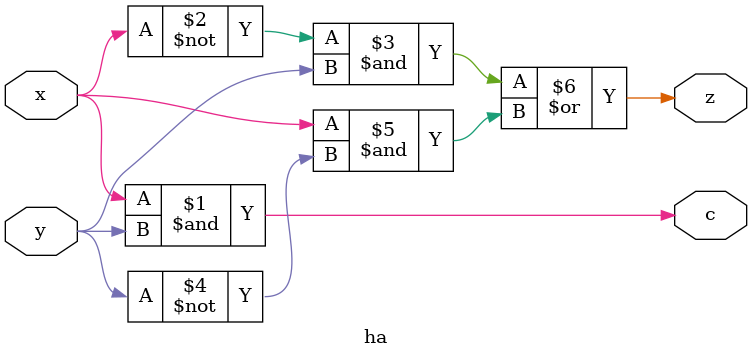
<source format=v>
module ha(output c, output z, input x, input y);

    assign
        c = x&y;

    assign
        z = ~x&y| x&~y;

endmodule //fa
</source>
